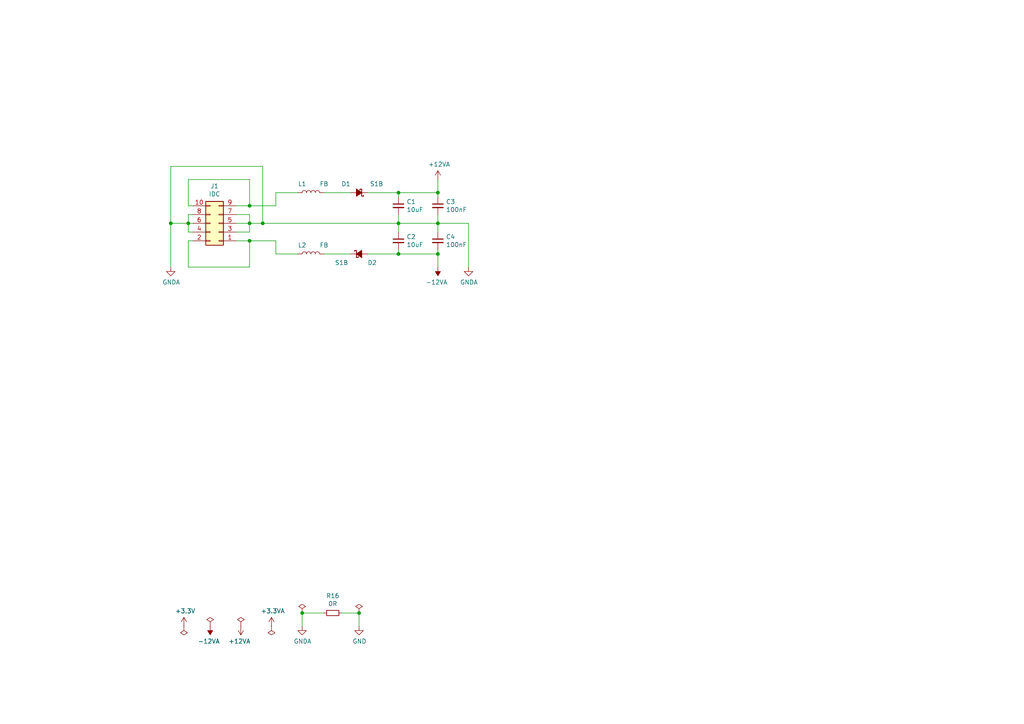
<source format=kicad_sch>
(kicad_sch (version 20230121) (generator eeschema)
  (paper "A4")
  (title_block (title "Echo Cinematic") (date "2024-01-29") (rev "A") (company "KNOBULA") (comment 3 "KNOBULA"))
  (lib_symbols
    (symbol "Connector_Generic:Conn_02x05_Odd_Even" (pin_names (offset 1.016) hide)
      (property "Reference" "J" (at 1.27 7.62 0))
      (property "Value" "Conn_02x05_Odd_Even" (at 1.27 -7.62 0))
      (symbol "Conn_02x05_Odd_Even_1_1"
        (rectangle (start -1.27 -4.953) (end 0 -5.207) (stroke (width 0.1524)))
        (rectangle (start -1.27 -2.413) (end 0 -2.667) (stroke (width 0.1524)))
        (rectangle (start -1.27 0.127) (end 0 -0.127) (stroke (width 0.1524)))
        (rectangle (start -1.27 2.667) (end 0 2.413) (stroke (width 0.1524)))
        (rectangle (start -1.27 5.207) (end 0 4.953) (stroke (width 0.1524)))
        (rectangle (start -1.27 6.35) (end 3.81 -6.35) (stroke (width 0.254)) (fill (type background)))
        (rectangle (start 3.81 -4.953) (end 2.54 -5.207) (stroke (width 0.1524)))
        (rectangle (start 3.81 -2.413) (end 2.54 -2.667) (stroke (width 0.1524)))
        (rectangle (start 3.81 0.127) (end 2.54 -0.127) (stroke (width 0.1524)))
        (rectangle (start 3.81 2.667) (end 2.54 2.413) (stroke (width 0.1524)))
        (rectangle (start 3.81 5.207) (end 2.54 4.953) (stroke (width 0.1524)))
        (pin passive line (at -5.08 5.08 0) (length 3.81) (name "Pin_1") (number "1"))
        (pin passive line (at 7.62 -5.08 180) (length 3.81) (name "Pin_10") (number "10"))
        (pin passive line (at 7.62 5.08 180) (length 3.81) (name "Pin_2") (number "2"))
        (pin passive line (at -5.08 2.54 0) (length 3.81) (name "Pin_3") (number "3"))
        (pin passive line (at 7.62 2.54 180) (length 3.81) (name "Pin_4") (number "4"))
        (pin passive line (at -5.08 0 0) (length 3.81) (name "Pin_5") (number "5"))
        (pin passive line (at 7.62 0 180) (length 3.81) (name "Pin_6") (number "6"))
        (pin passive line (at -5.08 -2.54 0) (length 3.81) (name "Pin_7") (number "7"))
        (pin passive line (at 7.62 -2.54 180) (length 3.81) (name "Pin_8") (number "8"))
        (pin passive line (at -5.08 -5.08 0) (length 3.81) (name "Pin_9") (number "9"))
      )
    )
    (symbol "Device:C_Small" (pin_numbers hide) (pin_names (offset 0.254) hide)
      (property "Reference" "C" (at 0.254 1.778 0))
      (property "Value" "C_Small" (at 0.254 -2.032 0))
      (symbol "C_Small_0_1"
        (polyline (pts (xy -1.524 -0.508) (xy 1.524 -0.508)) (stroke (width 0.3302)))
        (polyline (pts (xy -1.524 0.508) (xy 1.524 0.508)) (stroke (width 0.3048)))
      )
      (symbol "C_Small_1_1"
        (pin passive line (at 0 2.54 270) (length 2.032) (name "~") (number "1"))
        (pin passive line (at 0 -2.54 90) (length 2.032) (name "~") (number "2"))
      )
    )
    (symbol "Device:D_Schottky_Small_Filled" (pin_numbers hide) (pin_names (offset 0.254) hide)
      (property "Reference" "D" (at -1.27 2.032 0))
      (property "Value" "D_Schottky_Small_Filled" (at -7.112 -2.032 0))
      (symbol "D_Schottky_Small_Filled_0_1"
        (polyline (pts (xy -0.762 0) (xy 0.762 0)))
        (polyline (pts (xy 0.762 -1.016) (xy -0.762 0) (xy 0.762 1.016) (xy 0.762 -1.016)) (stroke (width 0.254)) (fill (type outline)))
        (polyline (pts (xy -1.27 0.762) (xy -1.27 1.016) (xy -0.762 1.016) (xy -0.762 -1.016) (xy -0.254 -1.016) (xy -0.254 -0.762)) (stroke (width 0.254)))
      )
      (symbol "D_Schottky_Small_Filled_1_1"
        (pin passive line (at -2.54 0 0) (length 1.778) (name "K") (number "1"))
        (pin passive line (at 2.54 0 180) (length 1.778) (name "A") (number "2"))
      )
    )
    (symbol "Device:L" (pin_numbers hide) (pin_names (offset 1.016) hide)
      (property "Reference" "L" (at -1.27 0 90))
      (property "Value" "L" (at 1.905 0 90))
      (symbol "L_0_1"
        (arc (start 0 -2.54) (mid 0.6323 -1.905) (end 0 -1.27))
        (arc (start 0 -1.27) (mid 0.6323 -0.635) (end 0 0))
        (arc (start 0 0) (mid 0.6323 0.635) (end 0 1.27))
        (arc (start 0 1.27) (mid 0.6323 1.905) (end 0 2.54))
      )
      (symbol "L_1_1"
        (pin passive line (at 0 3.81 270) (length 1.27) (name "1") (number "1"))
        (pin passive line (at 0 -3.81 90) (length 1.27) (name "2") (number "2"))
      )
    )
    (symbol "Device:R_Small" (pin_numbers hide) (pin_names (offset 0.254) hide)
      (property "Reference" "R" (at 0.762 0.508 0))
      (property "Value" "R_Small" (at 0.762 -1.016 0))
      (symbol "R_Small_0_1"
        (rectangle (start -0.762 1.778) (end 0.762 -1.778) (stroke (width 0.2032)))
      )
      (symbol "R_Small_1_1"
        (pin passive line (at 0 2.54 270) (length 0.762) (name "~") (number "1"))
        (pin passive line (at 0 -2.54 90) (length 0.762) (name "~") (number "2"))
      )
    )
    (symbol "power:+12VA" (power) (pin_names (offset 0))
      (property "Value" "+12VA" (at 0 3.556 0))
      (symbol "+12VA_0_1"
        (polyline (pts (xy -0.762 1.27) (xy 0 2.54)))
        (polyline (pts (xy 0 0) (xy 0 2.54)))
        (polyline (pts (xy 0 2.54) (xy 0.762 1.27)))
      )
      (symbol "+12VA_1_1"
        (pin power_in line (at 0 0 90) (length 0) hide (name "+12VA") (number "1"))
      )
    )
    (symbol "power:+3.3V" (power) (pin_names (offset 0))
      (property "Value" "+3.3V" (at 0 3.556 0))
      (symbol "+3.3V_0_1"
        (polyline (pts (xy -0.762 1.27) (xy 0 2.54)))
        (polyline (pts (xy 0 0) (xy 0 2.54)))
        (polyline (pts (xy 0 2.54) (xy 0.762 1.27)))
      )
      (symbol "+3.3V_1_1"
        (pin power_in line (at 0 0 90) (length 0) hide (name "+3.3V") (number "1"))
      )
    )
    (symbol "power:+3.3VA" (power) (pin_names (offset 0))
      (property "Value" "+3.3VA" (at 0 3.556 0))
      (symbol "+3.3VA_0_1"
        (polyline (pts (xy -0.762 1.27) (xy 0 2.54)))
        (polyline (pts (xy 0 0) (xy 0 2.54)))
        (polyline (pts (xy 0 2.54) (xy 0.762 1.27)))
      )
      (symbol "+3.3VA_1_1"
        (pin power_in line (at 0 0 90) (length 0) hide (name "+3.3VA") (number "1"))
      )
    )
    (symbol "power:-12VA" (power) (pin_names (offset 0))
      (property "Value" "-12VA" (at 0 3.556 0))
      (symbol "-12VA_0_0"
        (pin power_in line (at 0 0 90) (length 0) hide (name "-12VA") (number "1"))
      )
      (symbol "-12VA_0_1"
        (polyline (pts (xy 0 0) (xy 0 1.27) (xy 0.762 1.27) (xy 0 2.54) (xy -0.762 1.27) (xy 0 1.27)) (fill (type outline)))
      )
    )
    (symbol "power:GND" (power) (pin_names (offset 0))
      (property "Value" "GND" (at 0 -3.81 0))
      (symbol "GND_0_1"
        (polyline (pts (xy 0 0) (xy 0 -1.27) (xy 1.27 -1.27) (xy 0 -2.54) (xy -1.27 -1.27) (xy 0 -1.27)))
      )
      (symbol "GND_1_1"
        (pin power_in line (at 0 0 270) (length 0) hide (name "GND") (number "1"))
      )
    )
    (symbol "power:GNDA" (power) (pin_names (offset 0))
      (property "Value" "GNDA" (at 0 -3.81 0))
      (symbol "GNDA_0_1"
        (polyline (pts (xy 0 0) (xy 0 -1.27) (xy 1.27 -1.27) (xy 0 -2.54) (xy -1.27 -1.27) (xy 0 -1.27)))
      )
      (symbol "GNDA_1_1"
        (pin power_in line (at 0 0 270) (length 0) hide (name "GNDA") (number "1"))
      )
    )
    (symbol "power:PWR_FLAG" (power) (pin_numbers hide) (pin_names (offset 0) hide)
      (property "Value" "PWR_FLAG" (at 0 3.81 0))
      (symbol "PWR_FLAG_0_0"
        (pin power_out line (at 0 0 90) (length 0) (name "pwr") (number "1"))
      )
      (symbol "PWR_FLAG_0_1"
        (polyline (pts (xy 0 0) (xy 0 1.27) (xy -1.016 1.905) (xy 0 2.54) (xy 1.016 1.905) (xy 0 1.27)))
      )
    )
  )
  (junction (at 72.39 64.77))
  (junction (at 115.57 55.88))
  (junction (at 49.53 64.77))
  (junction (at 72.39 69.85))
  (junction (at 115.57 64.77))
  (junction (at 127 64.77))
  (junction (at 54.61 64.77))
  (junction (at 87.63 177.8))
  (junction (at 76.2 64.77))
  (junction (at 127 55.88))
  (junction (at 72.39 59.69))
  (junction (at 115.57 73.66))
  (junction (at 127 73.66))
  (junction (at 104.14 177.8))
  (wire (pts (xy 93.98 177.8) (xy 87.63 177.8)))
  (wire (pts (xy 135.89 64.77) (xy 135.89 77.47)))
  (wire (pts (xy 115.57 57.15) (xy 115.57 55.88)))
  (wire (pts (xy 72.39 59.69) (xy 80.01 59.69)))
  (wire (pts (xy 55.88 64.77) (xy 54.61 64.77)))
  (wire (pts (xy 87.63 177.8) (xy 87.63 181.61)))
  (wire (pts (xy 49.53 64.77) (xy 49.53 77.47)))
  (wire (pts (xy 127 55.88) (xy 127 57.15)))
  (wire (pts (xy 55.88 69.85) (xy 54.61 69.85)))
  (wire (pts (xy 72.39 64.77) (xy 76.2 64.77)))
  (wire (pts (xy 115.57 64.77) (xy 127 64.77)))
  (wire (pts (xy 54.61 69.85) (xy 54.61 77.47)))
  (wire (pts (xy 80.01 69.85) (xy 80.01 73.66)))
  (wire (pts (xy 106.68 55.88) (xy 115.57 55.88)))
  (wire (pts (xy 115.57 55.88) (xy 127 55.88)))
  (wire (pts (xy 127 73.66) (xy 127 77.47)))
  (wire (pts (xy 106.68 73.66) (xy 115.57 73.66)))
  (wire (pts (xy 93.98 73.66) (xy 101.6 73.66)))
  (wire (pts (xy 55.88 67.31) (xy 54.61 67.31)))
  (wire (pts (xy 72.39 52.07) (xy 72.39 59.69)))
  (wire (pts (xy 54.61 64.77) (xy 54.61 62.23)))
  (wire (pts (xy 80.01 55.88) (xy 80.01 59.69)))
  (wire (pts (xy 54.61 52.07) (xy 72.39 52.07)))
  (wire (pts (xy 76.2 64.77) (xy 115.57 64.77)))
  (wire (pts (xy 72.39 67.31) (xy 68.58 67.31)))
  (wire (pts (xy 104.14 177.8) (xy 104.14 181.61)))
  (wire (pts (xy 76.2 48.26) (xy 76.2 64.77)))
  (wire (pts (xy 115.57 64.77) (xy 115.57 67.31)))
  (wire (pts (xy 127 64.77) (xy 135.89 64.77)))
  (wire (pts (xy 127 52.07) (xy 127 55.88)))
  (wire (pts (xy 72.39 64.77) (xy 72.39 67.31)))
  (wire (pts (xy 72.39 62.23) (xy 72.39 64.77)))
  (wire (pts (xy 127 62.23) (xy 127 64.77)))
  (wire (pts (xy 80.01 55.88) (xy 86.36 55.88)))
  (wire (pts (xy 127 73.66) (xy 127 72.39)))
  (wire (pts (xy 115.57 73.66) (xy 127 73.66)))
  (wire (pts (xy 49.53 48.26) (xy 76.2 48.26)))
  (wire (pts (xy 68.58 64.77) (xy 72.39 64.77)))
  (wire (pts (xy 99.06 177.8) (xy 104.14 177.8)))
  (wire (pts (xy 68.58 69.85) (xy 72.39 69.85)))
  (wire (pts (xy 54.61 59.69) (xy 54.61 52.07)))
  (wire (pts (xy 72.39 69.85) (xy 80.01 69.85)))
  (wire (pts (xy 54.61 77.47) (xy 72.39 77.47)))
  (wire (pts (xy 54.61 62.23) (xy 55.88 62.23)))
  (wire (pts (xy 49.53 64.77) (xy 49.53 48.26)))
  (wire (pts (xy 54.61 67.31) (xy 54.61 64.77)))
  (wire (pts (xy 80.01 73.66) (xy 86.36 73.66)))
  (wire (pts (xy 54.61 64.77) (xy 49.53 64.77)))
  (wire (pts (xy 68.58 59.69) (xy 72.39 59.69)))
  (wire (pts (xy 68.58 62.23) (xy 72.39 62.23)))
  (wire (pts (xy 115.57 62.23) (xy 115.57 64.77)))
  (wire (pts (xy 55.88 59.69) (xy 54.61 59.69)))
  (wire (pts (xy 127 64.77) (xy 127 67.31)))
  (wire (pts (xy 115.57 72.39) (xy 115.57 73.66)))
  (wire (pts (xy 93.98 55.88) (xy 101.6 55.88)))
  (wire (pts (xy 72.39 77.47) (xy 72.39 69.85)))
  (symbol (lib_id "Device:C_Small") (at 127 69.85 0) (unit 1)
    (property "Reference" "C4" (at 129.3368 68.6816 0) (effects (justify left)))
    (property "Value" "100nF" (at 129.3368 70.993 0) (effects (justify left)))
    (property "Footprint" "Capacitor_SMD:C_0603_1608Metric" (effects hide))
  )
  (symbol (lib_id "Device:D_Schottky_Small_Filled") (at 104.14 73.66 0) (unit 1)
    (property "Reference" "D2" (at 107.95 76.2 0))
    (property "Value" "S1B" (at 99.06 76.2 0))
    (property "Footprint" "Diode_SMD:D_SOD-123" (effects hide))
  )
  (symbol (lib_id "power:-12VA") (at 127 77.47 180) (unit 1)
    (property "Reference" "#PWR03" (effects hide))
    (property "Value" "-12VA" (at 126.619 81.8642 0))
  )
  (symbol (lib_id "power:PWR_FLAG") (at 78.74 181.61 180) (unit 1)
    (property "Reference" "#FLG04" (effects hide))
    (property "Value" "PWR_FLAG" (effects hide))
  )
  (symbol (lib_id "Device:D_Schottky_Small_Filled") (at 104.14 55.88 180) (unit 1)
    (property "Reference" "D1" (at 100.33 53.34 0))
    (property "Value" "S1B" (at 109.22 53.34 0))
    (property "Footprint" "Diode_SMD:D_SOD-123" (effects hide))
  )
  (symbol (lib_id "power:PWR_FLAG") (at 87.63 177.8 0) (unit 1)
    (property "Reference" "#FLG05" (effects hide))
    (property "Value" "PWR_FLAG" (effects hide))
  )
  (symbol (lib_id "power:GND") (at 104.14 181.61 0) (unit 1)
    (property "Reference" "#PWR081" (effects hide))
    (property "Value" "GND" (at 104.267 186.0042 0))
  )
  (symbol (lib_id "Device:C_Small") (at 127 59.69 0) (unit 1)
    (property "Reference" "C3" (at 129.3368 58.5216 0) (effects (justify left)))
    (property "Value" "100nF" (at 129.3368 60.833 0) (effects (justify left)))
    (property "Footprint" "Capacitor_SMD:C_0603_1608Metric" (effects hide))
  )
  (symbol (lib_id "power:+12VA") (at 127 52.07 0) (unit 1)
    (property "Reference" "#PWR02" (effects hide))
    (property "Value" "+12VA" (at 127.381 47.6758 0))
  )
  (symbol (lib_id "power:-12VA") (at 60.96 181.61 180) (unit 1)
    (property "Reference" "#PWR030" (effects hide))
    (property "Value" "-12VA" (at 60.579 186.0042 0))
  )
  (symbol (lib_id "power:GNDA") (at 49.53 77.47 0) (unit 1)
    (property "Reference" "#PWR01" (effects hide))
    (property "Value" "GNDA" (at 49.657 81.8642 0))
  )
  (symbol (lib_id "Device:L") (at 90.17 55.88 90) (unit 1)
    (property "Reference" "L1" (at 87.63 53.34 90))
    (property "Value" "FB" (at 93.98 53.34 90))
    (property "Footprint" "Resistor_SMD:R_0805_2012Metric" (effects hide))
  )
  (symbol (lib_id "Device:C_Small") (at 115.57 59.69 0) (unit 1)
    (property "Reference" "C1" (at 117.9068 58.5216 0) (effects (justify left)))
    (property "Value" "10uF" (at 117.9068 60.833 0) (effects (justify left)))
    (property "Footprint" "Capacitor_SMD:C_0805_2012Metric" (effects hide))
  )
  (symbol (lib_id "Connector_Generic:Conn_02x05_Odd_Even") (at 63.5 64.77 180) (unit 1)
    (property "Reference" "J1" (at 62.23 53.975 0))
    (property "Value" "IDC" (at 62.23 56.2864 0))
    (property "Footprint" "Connector_IDC:IDC-Header_2x05_P2.54mm_Vertical" (effects hide))
  )
  (symbol (lib_id "power:GNDA") (at 87.63 181.61 0) (unit 1)
    (property "Reference" "#PWR080" (effects hide))
    (property "Value" "GNDA" (at 87.757 186.0042 0))
  )
  (symbol (lib_id "Device:L") (at 90.17 73.66 90) (unit 1)
    (property "Reference" "L2" (at 87.63 71.12 90))
    (property "Value" "FB" (at 93.98 71.12 90))
    (property "Footprint" "Resistor_SMD:R_0805_2012Metric" (effects hide))
  )
  (symbol (lib_id "Device:C_Small") (at 115.57 69.85 0) (unit 1)
    (property "Reference" "C2" (at 117.9068 68.6816 0) (effects (justify left)))
    (property "Value" "10uF" (at 117.9068 70.993 0) (effects (justify left)))
    (property "Footprint" "Capacitor_SMD:C_0805_2012Metric" (effects hide))
  )
  (symbol (lib_id "power:GNDA") (at 135.89 77.47 0) (unit 1)
    (property "Reference" "#PWR04" (effects hide))
    (property "Value" "GNDA" (at 136.017 81.8642 0))
  )
  (symbol (lib_id "Device:R_Small") (at 96.52 177.8 270) (unit 1)
    (property "Reference" "R16" (at 96.52 172.8216 90))
    (property "Value" "0R" (at 96.52 175.133 90))
    (property "Footprint" "Resistor_SMD:R_0805_2012Metric" (effects hide))
  )
  (symbol (lib_id "power:+3.3V") (at 53.34 181.61 0) (unit 1)
    (property "Reference" "#PWR029" (effects hide))
    (property "Value" "+3.3V" (at 53.721 177.2158 0))
  )
  (symbol (lib_id "power:+3.3VA") (at 78.74 181.61 0) (unit 1)
    (property "Reference" "#PWR032" (effects hide))
    (property "Value" "+3.3VA" (at 79.121 177.2158 0))
  )
  (symbol (lib_id "power:PWR_FLAG") (at 53.34 181.61 180) (unit 1)
    (property "Reference" "#FLG01" (effects hide))
    (property "Value" "PWR_FLAG" (effects hide))
  )
  (symbol (lib_id "power:PWR_FLAG") (at 60.96 181.61 0) (unit 1)
    (property "Reference" "#FLG02" (effects hide))
    (property "Value" "PWR_FLAG" (effects hide))
  )
  (symbol (lib_id "power:PWR_FLAG") (at 104.14 177.8 0) (unit 1)
    (property "Reference" "#FLG06" (effects hide))
    (property "Value" "PWR_FLAG" (effects hide))
  )
  (symbol (lib_id "power:PWR_FLAG") (at 69.85 181.61 0) (unit 1)
    (property "Reference" "#FLG03" (effects hide))
    (property "Value" "PWR_FLAG" (effects hide))
  )
  (symbol (lib_id "power:+12VA") (at 69.85 181.61 180) (unit 1)
    (property "Reference" "#PWR031" (effects hide))
    (property "Value" "+12VA" (at 69.469 186.0042 0))
  )
)
</source>
